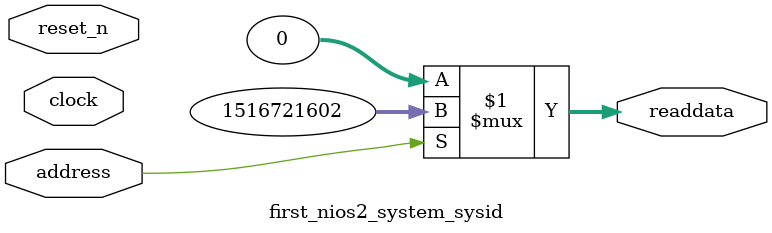
<source format=v>

`timescale 1ns / 1ps
// synthesis translate_on

// turn off superfluous verilog processor warnings 
// altera message_level Level1 
// altera message_off 10034 10035 10036 10037 10230 10240 10030 

module first_nios2_system_sysid (
               // inputs:
                address,
                clock,
                reset_n,

               // outputs:
                readdata
             )
;

  output  [ 31: 0] readdata;
  input            address;
  input            clock;
  input            reset_n;

  wire    [ 31: 0] readdata;
  //control_slave, which is an e_avalon_slave
  assign readdata = address ? 1516721602 : 0;

endmodule




</source>
